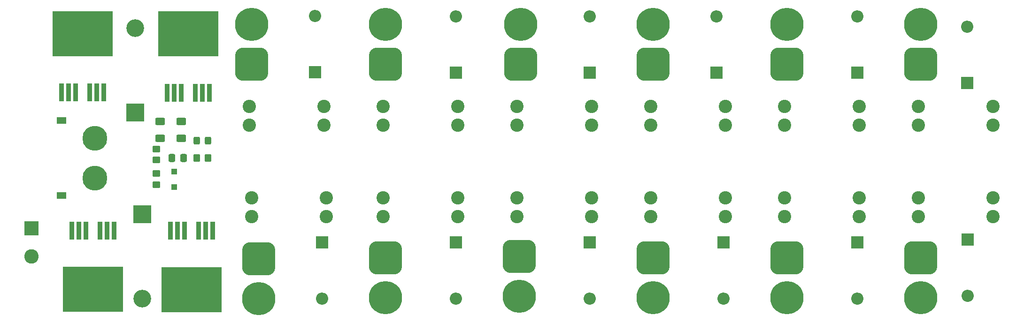
<source format=gts>
G04 #@! TF.GenerationSoftware,KiCad,Pcbnew,6.0.4-6f826c9f35~116~ubuntu18.04.1*
G04 #@! TF.CreationDate,2022-04-20T11:51:17+08:00*
G04 #@! TF.ProjectId,Power_connector,506f7765-725f-4636-9f6e-6e6563746f72,rev?*
G04 #@! TF.SameCoordinates,Original*
G04 #@! TF.FileFunction,Soldermask,Top*
G04 #@! TF.FilePolarity,Negative*
%FSLAX46Y46*%
G04 Gerber Fmt 4.6, Leading zero omitted, Abs format (unit mm)*
G04 Created by KiCad (PCBNEW 6.0.4-6f826c9f35~116~ubuntu18.04.1) date 2022-04-20 11:51:17*
%MOMM*%
%LPD*%
G01*
G04 APERTURE LIST*
G04 Aperture macros list*
%AMRoundRect*
0 Rectangle with rounded corners*
0 $1 Rounding radius*
0 $2 $3 $4 $5 $6 $7 $8 $9 X,Y pos of 4 corners*
0 Add a 4 corners polygon primitive as box body*
4,1,4,$2,$3,$4,$5,$6,$7,$8,$9,$2,$3,0*
0 Add four circle primitives for the rounded corners*
1,1,$1+$1,$2,$3*
1,1,$1+$1,$4,$5*
1,1,$1+$1,$6,$7*
1,1,$1+$1,$8,$9*
0 Add four rect primitives between the rounded corners*
20,1,$1+$1,$2,$3,$4,$5,0*
20,1,$1+$1,$4,$5,$6,$7,0*
20,1,$1+$1,$6,$7,$8,$9,0*
20,1,$1+$1,$8,$9,$2,$3,0*%
G04 Aperture macros list end*
%ADD10RoundRect,0.250000X0.337500X0.475000X-0.337500X0.475000X-0.337500X-0.475000X0.337500X-0.475000X0*%
%ADD11R,10.800080X8.150860*%
%ADD12R,0.899160X3.200400*%
%ADD13O,3.200000X3.200000*%
%ADD14R,3.200000X3.200000*%
%ADD15RoundRect,0.250000X0.625000X-0.400000X0.625000X0.400000X-0.625000X0.400000X-0.625000X-0.400000X0*%
%ADD16RoundRect,0.250000X0.325000X0.450000X-0.325000X0.450000X-0.325000X-0.450000X0.325000X-0.450000X0*%
%ADD17R,2.200000X2.200000*%
%ADD18O,2.200000X2.200000*%
%ADD19RoundRect,1.500000X1.500000X-1.500000X1.500000X1.500000X-1.500000X1.500000X-1.500000X-1.500000X0*%
%ADD20C,6.000000*%
%ADD21RoundRect,1.500000X-1.500000X1.500000X-1.500000X-1.500000X1.500000X-1.500000X1.500000X1.500000X0*%
%ADD22C,2.400000*%
%ADD23RoundRect,0.250000X0.350000X0.450000X-0.350000X0.450000X-0.350000X-0.450000X0.350000X-0.450000X0*%
%ADD24R,1.100000X1.100000*%
%ADD25R,1.800000X1.200000*%
%ADD26C,4.500000*%
%ADD27RoundRect,0.250000X-0.450000X0.350000X-0.450000X-0.350000X0.450000X-0.350000X0.450000X0.350000X0*%
%ADD28R,2.600000X2.600000*%
%ADD29C,2.600000*%
G04 APERTURE END LIST*
D10*
X98192500Y-78740000D03*
X96117500Y-78740000D03*
D11*
X99060000Y-56329580D03*
D12*
X95250000Y-66931540D03*
X100330000Y-66931540D03*
X101600000Y-66931540D03*
X102870000Y-66931540D03*
X96520000Y-66931540D03*
X97790000Y-66931540D03*
D13*
X90805000Y-104140000D03*
D14*
X90805000Y-88900000D03*
X89535000Y-70485000D03*
D13*
X89535000Y-55245000D03*
D15*
X97790000Y-75210000D03*
X97790000Y-72110000D03*
D16*
X102625000Y-75565000D03*
X100575000Y-75565000D03*
D17*
X171450000Y-93980000D03*
D18*
X171450000Y-104140000D03*
D19*
X182880000Y-61810000D03*
D20*
X182880000Y-54610000D03*
D21*
X158750000Y-96520000D03*
D20*
X158750000Y-103720000D03*
D22*
X158365000Y-72820000D03*
X158365000Y-69420000D03*
X171835000Y-72820000D03*
X171835000Y-69420000D03*
D17*
X219710000Y-93980000D03*
D18*
X219710000Y-104140000D03*
D23*
X102600000Y-78740000D03*
X100600000Y-78740000D03*
D24*
X96520000Y-81150000D03*
X96520000Y-83950000D03*
D21*
X231140000Y-96730000D03*
D20*
X231140000Y-103930000D03*
D22*
X182495000Y-89330000D03*
X182495000Y-85930000D03*
X195965000Y-85930000D03*
X195965000Y-89330000D03*
D19*
X134620000Y-61766000D03*
D20*
X134620000Y-54566000D03*
D17*
X123190000Y-93980000D03*
D18*
X123190000Y-104140000D03*
D17*
X147320000Y-93980000D03*
D18*
X147320000Y-104140000D03*
D22*
X158365000Y-85930000D03*
X158365000Y-89330000D03*
X171835000Y-89330000D03*
X171835000Y-85930000D03*
D21*
X111760000Y-96940000D03*
D20*
X111760000Y-104140000D03*
D17*
X171450000Y-63290000D03*
D18*
X171450000Y-53130000D03*
D22*
X134235000Y-69420000D03*
X134235000Y-72820000D03*
X147705000Y-69420000D03*
X147705000Y-72820000D03*
X134235000Y-89330000D03*
X134235000Y-85930000D03*
X147705000Y-89330000D03*
X147705000Y-85930000D03*
D11*
X99695000Y-102481380D03*
D12*
X103505000Y-91879420D03*
X102235000Y-91879420D03*
X98425000Y-91879420D03*
X100965000Y-91879420D03*
X97155000Y-91879420D03*
X95885000Y-91879420D03*
D19*
X110490000Y-61810000D03*
D20*
X110490000Y-54610000D03*
D17*
X239522000Y-65151000D03*
D18*
X239522000Y-54991000D03*
D22*
X110105000Y-69420000D03*
X110105000Y-72820000D03*
X123575000Y-72820000D03*
X123575000Y-69420000D03*
D19*
X159004000Y-61810000D03*
D20*
X159004000Y-54610000D03*
D22*
X110490000Y-89330000D03*
X110490000Y-85930000D03*
X123960000Y-89330000D03*
X123960000Y-85930000D03*
D25*
X76200000Y-85490000D03*
X76200000Y-71990000D03*
D26*
X82200000Y-82340000D03*
X82200000Y-75140000D03*
D22*
X206625000Y-85930000D03*
X206625000Y-89330000D03*
X220095000Y-89330000D03*
X220095000Y-85930000D03*
D19*
X207010000Y-61810000D03*
D20*
X207010000Y-54610000D03*
D17*
X239649000Y-93472000D03*
D18*
X239649000Y-103632000D03*
D21*
X134620000Y-96730000D03*
D20*
X134620000Y-103930000D03*
D22*
X182495000Y-69420000D03*
X182495000Y-72820000D03*
X195965000Y-72820000D03*
X195965000Y-69420000D03*
D19*
X231140000Y-61810000D03*
D20*
X231140000Y-54610000D03*
D22*
X230755000Y-69420000D03*
X230755000Y-72820000D03*
X244225000Y-72820000D03*
X244225000Y-69420000D03*
D17*
X195580000Y-93980000D03*
D18*
X195580000Y-104140000D03*
D11*
X81915000Y-102420420D03*
D12*
X85725000Y-91818460D03*
X84455000Y-91818460D03*
X78105000Y-91818460D03*
X80645000Y-91818460D03*
X79375000Y-91818460D03*
X83185000Y-91818460D03*
D17*
X147320000Y-63290000D03*
D18*
X147320000Y-53130000D03*
D15*
X93980000Y-75210000D03*
X93980000Y-72110000D03*
D17*
X194310000Y-63290000D03*
D18*
X194310000Y-53130000D03*
D22*
X230755000Y-89330000D03*
X230755000Y-85930000D03*
X244225000Y-85930000D03*
X244225000Y-89330000D03*
D21*
X207010000Y-96730000D03*
D20*
X207010000Y-103930000D03*
D27*
X93345000Y-81550000D03*
X93345000Y-83550000D03*
X93345000Y-77105000D03*
X93345000Y-79105000D03*
D22*
X206625000Y-69420000D03*
X206625000Y-72820000D03*
X220095000Y-72820000D03*
X220095000Y-69420000D03*
D11*
X80010000Y-56268620D03*
D12*
X76200000Y-66870580D03*
X81280000Y-66870580D03*
X78740000Y-66870580D03*
X83820000Y-66870580D03*
X82550000Y-66870580D03*
X77470000Y-66870580D03*
D28*
X70815000Y-91435000D03*
D29*
X70815000Y-96515000D03*
D17*
X219710000Y-63290000D03*
D18*
X219710000Y-53130000D03*
D17*
X121920000Y-63246000D03*
D18*
X121920000Y-53086000D03*
D21*
X182880000Y-96730000D03*
D20*
X182880000Y-103930000D03*
M02*

</source>
